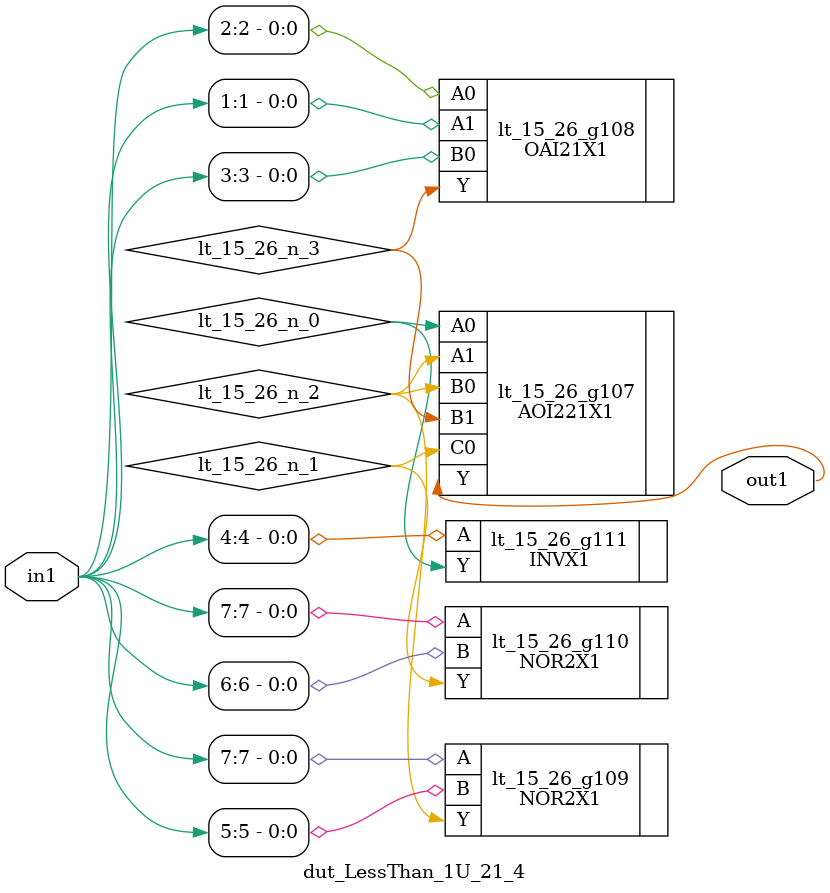
<source format=v>
`timescale 1ps / 1ps


module dut_LessThan_1U_21_4(in1, out1);
  input [7:0] in1;
  output out1;
  wire [7:0] in1;
  wire out1;
  wire lt_15_26_n_0, lt_15_26_n_1, lt_15_26_n_2, lt_15_26_n_3;
  AOI221X1 lt_15_26_g107(.A0 (lt_15_26_n_0), .A1 (lt_15_26_n_2), .B0
       (lt_15_26_n_2), .B1 (lt_15_26_n_3), .C0 (lt_15_26_n_1), .Y
       (out1));
  OAI21X1 lt_15_26_g108(.A0 (in1[2]), .A1 (in1[1]), .B0 (in1[3]), .Y
       (lt_15_26_n_3));
  NOR2X1 lt_15_26_g109(.A (in1[7]), .B (in1[5]), .Y (lt_15_26_n_2));
  NOR2X1 lt_15_26_g110(.A (in1[7]), .B (in1[6]), .Y (lt_15_26_n_1));
  INVX1 lt_15_26_g111(.A (in1[4]), .Y (lt_15_26_n_0));
endmodule



</source>
